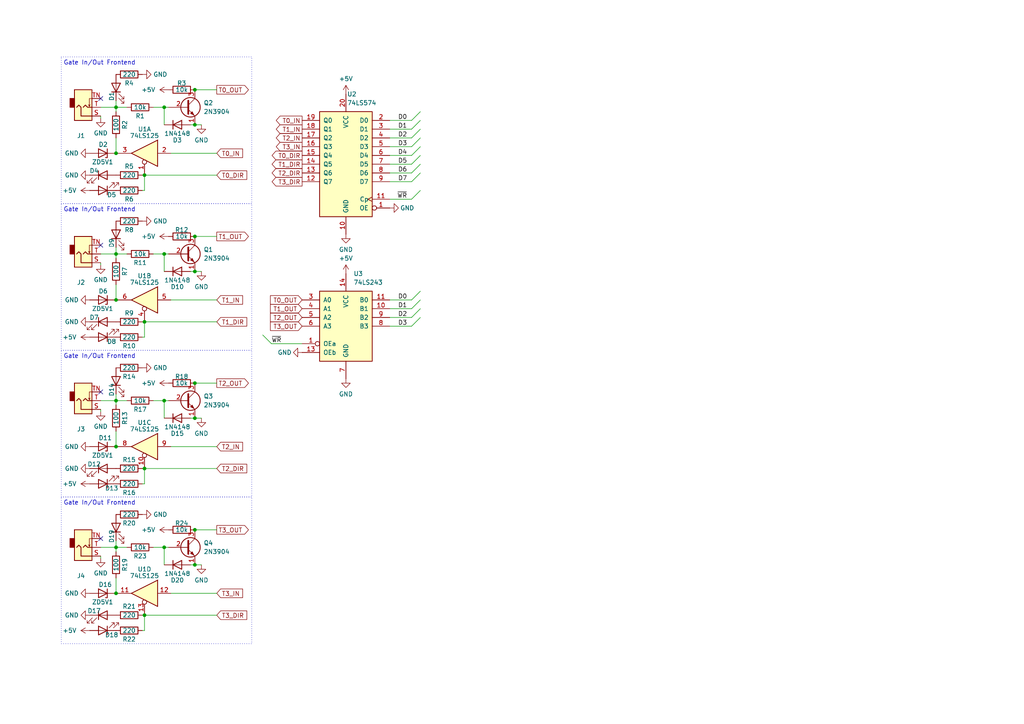
<source format=kicad_sch>
(kicad_sch (version 20230121) (generator eeschema)
  (paper "A4")
  (lib_symbols
    (symbol "1N4148_1" (pin_numbers hide) (pin_names (offset 1.016) hide)
      (property "Reference" "D" (at 0 2.54 0))
      (property "Value" "1N4148" (at 0 -2.54 0))
      (symbol "1N4148_1_1_1"
        (pin passive line (at -3.81 0 0) (length 2.54) (name "K") (number "1"))
        (pin passive line (at 3.81 0 180) (length 2.54) (name "A") (number "2"))
      )
    )
    (symbol "74xx:74LS125" (pin_names (offset 1.016))
      (property "Reference" "U" (at 0 1.27 0))
      (property "Value" "74LS125" (at 0 -1.27 0))
      (symbol "74LS125_1_0"
        (pin input inverted (at 0 -6.35 90) (length 4.445) (name "~") (number "1"))
        (pin input line (at -7.62 0 0) (length 3.81) (name "~") (number "2"))
        (pin tri_state line (at 7.62 0 180) (length 3.81) (name "~") (number "3"))
      )
      (symbol "74LS125_2_0"
        (pin input inverted (at 0 -6.35 90) (length 4.445) (name "~") (number "4"))
        (pin input line (at -7.62 0 0) (length 3.81) (name "~") (number "5"))
        (pin tri_state line (at 7.62 0 180) (length 3.81) (name "~") (number "6"))
      )
      (symbol "74LS125_3_0"
        (pin input inverted (at 0 -6.35 90) (length 4.445) (name "~") (number "10"))
        (pin tri_state line (at 7.62 0 180) (length 3.81) (name "~") (number "8"))
        (pin input line (at -7.62 0 0) (length 3.81) (name "~") (number "9"))
      )
      (symbol "74LS125_4_0"
        (pin tri_state line (at 7.62 0 180) (length 3.81) (name "~") (number "11"))
        (pin input line (at -7.62 0 0) (length 3.81) (name "~") (number "12"))
        (pin input inverted (at 0 -6.35 90) (length 4.445) (name "~") (number "13"))
      )
      (symbol "74LS125_5_0"
        (pin power_in line (at 0 12.7 270) (length 5.08) (name "VCC") (number "14"))
        (pin power_in line (at 0 -12.7 90) (length 5.08) (name "GND") (number "7"))
      )
    )
    (symbol "74xx:74LS243" (pin_names (offset 1.016))
      (property "Reference" "U" (at -7.62 11.43 0))
      (property "Value" "74LS243" (at -7.62 -11.43 0))
      (symbol "74LS243_1_0"
        (pin input inverted (at -12.7 -5.08 0) (length 5.08) (name "OEa") (number "1"))
        (pin tri_state line (at 12.7 5.08 180) (length 5.08) (name "B1") (number "10"))
        (pin tri_state line (at 12.7 7.62 180) (length 5.08) (name "B0") (number "11"))
        (pin input line (at -12.7 -7.62 0) (length 5.08) (name "OEb") (number "13"))
        (pin power_in line (at 0 15.24 270) (length 5.08) (name "VCC") (number "14"))
        (pin input line (at -12.7 7.62 0) (length 5.08) (name "A0") (number "3"))
        (pin input line (at -12.7 5.08 0) (length 5.08) (name "A1") (number "4"))
        (pin input line (at -12.7 2.54 0) (length 5.08) (name "A2") (number "5"))
        (pin input line (at -12.7 0 0) (length 5.08) (name "A3") (number "6"))
        (pin power_in line (at 0 -15.24 90) (length 5.08) (name "GND") (number "7"))
        (pin tri_state line (at 12.7 0 180) (length 5.08) (name "B3") (number "8"))
        (pin tri_state line (at 12.7 2.54 180) (length 5.08) (name "B2") (number "9"))
      )
    )
    (symbol "74xx:74LS574" (pin_names (offset 1.016))
      (property "Reference" "U" (at -7.62 16.51 0))
      (property "Value" "74LS574" (at -7.62 -16.51 0))
      (symbol "74LS574_1_0"
        (pin input inverted (at -12.7 -12.7 0) (length 5.08) (name "OE") (number "1"))
        (pin power_in line (at 0 -20.32 90) (length 5.08) (name "GND") (number "10"))
        (pin input clock (at -12.7 -10.16 0) (length 5.08) (name "Cp") (number "11"))
        (pin tri_state line (at 12.7 -5.08 180) (length 5.08) (name "Q7") (number "12"))
        (pin tri_state line (at 12.7 -2.54 180) (length 5.08) (name "Q6") (number "13"))
        (pin tri_state line (at 12.7 0 180) (length 5.08) (name "Q5") (number "14"))
        (pin tri_state line (at 12.7 2.54 180) (length 5.08) (name "Q4") (number "15"))
        (pin tri_state line (at 12.7 5.08 180) (length 5.08) (name "Q3") (number "16"))
        (pin tri_state line (at 12.7 7.62 180) (length 5.08) (name "Q2") (number "17"))
        (pin tri_state line (at 12.7 10.16 180) (length 5.08) (name "Q1") (number "18"))
        (pin tri_state line (at 12.7 12.7 180) (length 5.08) (name "Q0") (number "19"))
        (pin input line (at -12.7 12.7 0) (length 5.08) (name "D0") (number "2"))
        (pin power_in line (at 0 20.32 270) (length 5.08) (name "VCC") (number "20"))
        (pin input line (at -12.7 10.16 0) (length 5.08) (name "D1") (number "3"))
        (pin input line (at -12.7 7.62 0) (length 5.08) (name "D2") (number "4"))
        (pin input line (at -12.7 5.08 0) (length 5.08) (name "D3") (number "5"))
        (pin input line (at -12.7 2.54 0) (length 5.08) (name "D4") (number "6"))
        (pin input line (at -12.7 0 0) (length 5.08) (name "D5") (number "7"))
        (pin input line (at -12.7 -2.54 0) (length 5.08) (name "D6") (number "8"))
        (pin input line (at -12.7 -5.08 0) (length 5.08) (name "D7") (number "9"))
      )
    )
    (symbol "Connector_Audio:AudioJack2_SwitchT"
      (property "Reference" "J" (at 0 8.89 0))
      (property "Value" "AudioJack2_SwitchT" (at 0 6.35 0))
      (symbol "AudioJack2_SwitchT_1_1"
        (pin passive line (at 5.08 2.54 180) (length 2.54) (name "~") (number "S"))
        (pin passive line (at 5.08 0 180) (length 2.54) (name "~") (number "T"))
        (pin passive line (at 5.08 -2.54 180) (length 2.54) (name "~") (number "TN"))
      )
    )
    (symbol "Device:LED" (pin_numbers hide) (pin_names (offset 1.016) hide)
      (property "Reference" "D" (at 0 2.54 0))
      (property "Value" "LED" (at 0 -2.54 0))
      (symbol "LED_1_1"
        (pin passive line (at -3.81 0 0) (length 2.54) (name "K") (number "1"))
        (pin passive line (at 3.81 0 180) (length 2.54) (name "A") (number "2"))
      )
    )
    (symbol "Device:R" (pin_numbers hide) (pin_names (offset 0))
      (property "Reference" "R" (at 2.032 0 90))
      (property "Value" "R" (at 0 0 90))
      (symbol "R_1_1"
        (pin passive line (at 0 3.81 270) (length 1.27) (name "~") (number "1"))
        (pin passive line (at 0 -3.81 90) (length 1.27) (name "~") (number "2"))
      )
    )
    (symbol "Diode:BZV55B5V1" (pin_numbers hide) (pin_names (offset 1.016) hide)
      (property "Reference" "D" (at 0 2.54 0))
      (property "Value" "BZV55B5V1" (at 0 -2.54 0))
      (symbol "BZV55B5V1_1_1"
        (pin passive line (at -3.81 0 0) (length 2.54) (name "K") (number "1"))
        (pin passive line (at 3.81 0 180) (length 2.54) (name "A") (number "2"))
      )
    )
    (symbol "Transistor_BJT:2N3904" (pin_names (offset 0) hide)
      (property "Reference" "Q" (at 5.08 1.905 0))
      (property "Value" "2N3904" (at 5.08 0 0))
      (symbol "2N3904_1_1"
        (pin passive line (at 2.54 -5.08 90) (length 2.54) (name "E") (number "1"))
        (pin passive line (at -5.08 0 0) (length 5.715) (name "B") (number "2"))
        (pin passive line (at 2.54 5.08 270) (length 2.54) (name "C") (number "3"))
      )
    )
    (symbol "power:+5V" (power) (pin_names (offset 0))
      (property "Value" "+5V" (at 0 3.556 0))
      (symbol "+5V_1_1"
        (pin power_in line (at 0 0 90) (length 0) hide (name "+5V") (number "1"))
      )
    )
    (symbol "power:GND" (power) (pin_names (offset 0))
      (property "Value" "GND" (at 0 -3.81 0))
      (symbol "GND_1_1"
        (pin power_in line (at 0 0 270) (length 0) hide (name "GND") (number "1"))
      )
    )
  )
  (junction (at 41.91 135.89))
  (junction (at 41.91 93.345))
  (junction (at 33.655 129.54))
  (junction (at 41.91 178.435))
  (junction (at 47.625 31.115))
  (junction (at 33.655 31.115))
  (junction (at 41.91 50.8))
  (junction (at 33.655 172.085))
  (junction (at 33.655 116.205))
  (junction (at 56.515 68.58))
  (junction (at 33.655 44.45))
  (junction (at 47.625 158.75))
  (junction (at 56.515 36.195))
  (junction (at 56.515 26.035))
  (junction (at 56.515 153.67))
  (junction (at 56.515 163.83))
  (junction (at 47.625 73.66))
  (junction (at 56.515 78.74))
  (junction (at 56.515 111.125))
  (junction (at 33.655 73.66))
  (junction (at 33.655 158.75))
  (junction (at 56.515 121.285))
  (junction (at 47.625 116.205))
  (junction (at 33.655 86.995))
  (no_connect (at 29.21 71.12))
  (no_connect (at 29.21 156.21))
  (no_connect (at 29.21 113.665))
  (no_connect (at 29.21 28.575))
  (bus_entry (at 119.38 45.085) (size 2.54 -2.54))
  (bus_entry (at 119.38 86.995) (size 2.54 -2.54))
  (bus_entry (at 78.74 99.695) (size -2.54 -2.54))
  (bus_entry (at 119.38 47.625) (size 2.54 -2.54))
  (bus_entry (at 119.38 37.465) (size 2.54 -2.54))
  (bus_entry (at 119.38 57.785) (size 2.54 -2.54))
  (bus_entry (at 119.38 40.005) (size 2.54 -2.54))
  (bus_entry (at 119.38 89.535) (size 2.54 -2.54))
  (bus_entry (at 119.38 92.075) (size 2.54 -2.54))
  (bus_entry (at 119.38 42.545) (size 2.54 -2.54))
  (bus_entry (at 119.38 34.925) (size 2.54 -2.54))
  (bus_entry (at 119.38 52.705) (size 2.54 -2.54))
  (bus_entry (at 119.38 94.615) (size 2.54 -2.54))
  (bus_entry (at 119.38 50.165) (size 2.54 -2.54))
  (wire (pts (xy 41.91 93.345) (xy 62.865 93.345)))
  (wire (pts (xy 33.655 73.66) (xy 33.655 74.93)))
  (wire (pts (xy 62.865 86.995) (xy 49.53 86.995)))
  (wire (pts (xy 41.91 178.435) (xy 62.865 178.435)))
  (wire (pts (xy 56.515 111.125) (xy 62.865 111.125)))
  (wire (pts (xy 113.03 89.535) (xy 119.38 89.535)))
  (wire (pts (xy 113.03 47.625) (xy 119.38 47.625)))
  (wire (pts (xy 113.03 92.075) (xy 119.38 92.075)))
  (wire (pts (xy 41.275 50.8) (xy 41.91 50.8)))
  (wire (pts (xy 33.655 158.75) (xy 33.655 160.02)))
  (wire (pts (xy 41.91 182.88) (xy 41.91 178.435)))
  (wire (pts (xy 44.45 31.115) (xy 47.625 31.115)))
  (wire (pts (xy 44.45 73.66) (xy 47.625 73.66)))
  (wire (pts (xy 41.275 93.345) (xy 41.91 93.345)))
  (wire (pts (xy 44.45 158.75) (xy 47.625 158.75)))
  (wire (pts (xy 58.42 163.83) (xy 56.515 163.83)))
  (wire (pts (xy 58.42 36.195) (xy 56.515 36.195)))
  (wire (pts (xy 33.655 73.66) (xy 29.21 73.66)))
  (wire (pts (xy 36.83 158.75) (xy 33.655 158.75)))
  (wire (pts (xy 47.625 36.195) (xy 47.625 31.115)))
  (wire (pts (xy 36.83 73.66) (xy 33.655 73.66)))
  (wire (pts (xy 33.655 172.085) (xy 33.655 167.64)))
  (wire (pts (xy 55.245 78.74) (xy 56.515 78.74)))
  (wire (pts (xy 33.655 71.755) (xy 33.655 73.66)))
  (wire (pts (xy 55.245 121.285) (xy 56.515 121.285)))
  (wire (pts (xy 41.91 140.335) (xy 41.91 135.89)))
  (wire (pts (xy 113.03 57.785) (xy 119.38 57.785)))
  (wire (pts (xy 33.655 44.45) (xy 33.655 40.005)))
  (wire (pts (xy 29.21 118.745) (xy 29.21 119.38)))
  (wire (pts (xy 113.03 86.995) (xy 119.38 86.995)))
  (wire (pts (xy 41.91 50.8) (xy 62.865 50.8)))
  (wire (pts (xy 47.625 158.75) (xy 48.895 158.75)))
  (wire (pts (xy 113.03 45.085) (xy 119.38 45.085)))
  (wire (pts (xy 29.21 33.655) (xy 29.21 34.29)))
  (wire (pts (xy 47.625 116.205) (xy 48.895 116.205)))
  (wire (pts (xy 56.515 26.035) (xy 62.865 26.035)))
  (wire (pts (xy 36.83 31.115) (xy 33.655 31.115)))
  (wire (pts (xy 34.29 172.085) (xy 33.655 172.085)))
  (wire (pts (xy 113.03 50.165) (xy 119.38 50.165)))
  (wire (pts (xy 33.655 31.115) (xy 29.21 31.115)))
  (wire (pts (xy 41.275 178.435) (xy 41.91 178.435)))
  (wire (pts (xy 62.865 172.085) (xy 49.53 172.085)))
  (wire (pts (xy 58.42 78.74) (xy 56.515 78.74)))
  (wire (pts (xy 33.655 116.205) (xy 29.21 116.205)))
  (wire (pts (xy 41.275 135.89) (xy 41.91 135.89)))
  (wire (pts (xy 113.03 37.465) (xy 119.38 37.465)))
  (wire (pts (xy 41.275 182.88) (xy 41.91 182.88)))
  (wire (pts (xy 56.515 153.67) (xy 62.865 153.67)))
  (wire (pts (xy 113.03 94.615) (xy 119.38 94.615)))
  (wire (pts (xy 55.245 36.195) (xy 56.515 36.195)))
  (wire (pts (xy 34.29 44.45) (xy 33.655 44.45)))
  (wire (pts (xy 29.21 76.2) (xy 29.21 76.835)))
  (wire (pts (xy 41.91 55.245) (xy 41.91 50.8)))
  (wire (pts (xy 113.03 52.705) (xy 119.38 52.705)))
  (wire (pts (xy 56.515 68.58) (xy 62.865 68.58)))
  (wire (pts (xy 34.29 86.995) (xy 33.655 86.995)))
  (wire (pts (xy 41.91 97.79) (xy 41.91 93.345)))
  (wire (pts (xy 58.42 121.285) (xy 56.515 121.285)))
  (wire (pts (xy 33.655 31.115) (xy 33.655 32.385)))
  (wire (pts (xy 113.03 42.545) (xy 119.38 42.545)))
  (wire (pts (xy 113.03 40.005) (xy 119.38 40.005)))
  (wire (pts (xy 62.865 129.54) (xy 49.53 129.54)))
  (wire (pts (xy 33.655 116.205) (xy 33.655 117.475)))
  (wire (pts (xy 87.63 99.695) (xy 78.74 99.695)))
  (wire (pts (xy 55.245 163.83) (xy 56.515 163.83)))
  (wire (pts (xy 36.83 116.205) (xy 33.655 116.205)))
  (wire (pts (xy 47.625 78.74) (xy 47.625 73.66)))
  (wire (pts (xy 41.275 140.335) (xy 41.91 140.335)))
  (wire (pts (xy 41.91 135.89) (xy 62.865 135.89)))
  (wire (pts (xy 34.29 129.54) (xy 33.655 129.54)))
  (wire (pts (xy 41.275 55.245) (xy 41.91 55.245)))
  (wire (pts (xy 44.45 116.205) (xy 47.625 116.205)))
  (wire (pts (xy 47.625 31.115) (xy 48.895 31.115)))
  (wire (pts (xy 33.655 86.995) (xy 33.655 82.55)))
  (wire (pts (xy 29.21 161.29) (xy 29.21 161.925)))
  (wire (pts (xy 33.655 114.3) (xy 33.655 116.205)))
  (wire (pts (xy 47.625 121.285) (xy 47.625 116.205)))
  (wire (pts (xy 33.655 158.75) (xy 29.21 158.75)))
  (wire (pts (xy 113.03 34.925) (xy 119.38 34.925)))
  (wire (pts (xy 41.275 97.79) (xy 41.91 97.79)))
  (wire (pts (xy 47.625 73.66) (xy 48.895 73.66)))
  (wire (pts (xy 62.865 44.45) (xy 49.53 44.45)))
  (wire (pts (xy 47.625 163.83) (xy 47.625 158.75)))
  (wire (pts (xy 33.655 29.21) (xy 33.655 31.115)))
  (wire (pts (xy 33.655 156.845) (xy 33.655 158.75)))
  (wire (pts (xy 33.655 129.54) (xy 33.655 125.095)))
  (rectangle (start 17.78 144.145) (end 73.025 186.69) (stroke (width 0) (type dot)))
  (rectangle (start 17.78 16.51) (end 73.025 59.055) (stroke (width 0) (type dot)))
  (rectangle (start 17.78 59.055) (end 73.025 101.6) (stroke (width 0) (type dot)))
  (rectangle (start 17.78 101.6) (end 73.025 144.145) (stroke (width 0) (type dot)))
  (text "Gate In/Out Frontend" (at 18.415 146.685 0) (effects (font (size 1.27 1.27)) (justify left bottom)))
  (text "Gate In/Out Frontend" (at 18.415 19.05 0) (effects (font (size 1.27 1.27)) (justify left bottom)))
  (text "Gate In/Out Frontend" (at 18.415 104.14 0) (effects (font (size 1.27 1.27)) (justify left bottom)))
  (text "Gate In/Out Frontend" (at 18.415 61.595 0) (effects (font (size 1.27 1.27)) (justify left bottom)))
  (label "D7" (at 118.11 52.705 180))
  (label "D5" (at 118.11 47.625 180))
  (label "D3" (at 118.11 42.545 180))
  (label "~{WR}" (at 78.74 99.695 0))
  (label "~{WR}" (at 118.11 57.785 180))
  (label "D0" (at 118.11 86.995 180))
  (label "D1" (at 118.11 89.535 180))
  (label "D2" (at 118.11 40.005 180))
  (label "D4" (at 118.11 45.085 180))
  (label "D2" (at 118.11 92.075 180))
  (label "D1" (at 118.11 37.465 180))
  (label "D3" (at 118.11 94.615 180))
  (label "D6" (at 118.11 50.165 180))
  (label "D0" (at 118.11 34.925 180))
  (global_label "T0_OUT" (shape output) (at 62.865 26.035 0) (property "Intersheetrefs" "${INTERSHEET_REFS}" (effects hide)))
  (global_label "T3_IN" (shape input) (at 62.865 172.085 0) (property "Intersheetrefs" "${INTERSHEET_REFS}" (effects hide)))
  (global_label "T1_DIR" (shape output) (at 87.63 47.625 180) (property "Intersheetrefs" "${INTERSHEET_REFS}" (effects hide)))
  (global_label "T1_DIR" (shape input) (at 62.865 93.345 0) (property "Intersheetrefs" "${INTERSHEET_REFS}" (effects hide)))
  (global_label "T3_OUT" (shape input) (at 87.63 94.615 180) (property "Intersheetrefs" "${INTERSHEET_REFS}" (effects hide)))
  (global_label "T0_IN" (shape input) (at 62.865 44.45 0) (property "Intersheetrefs" "${INTERSHEET_REFS}" (effects hide)))
  (global_label "T1_IN" (shape input) (at 62.865 86.995 0) (property "Intersheetrefs" "${INTERSHEET_REFS}" (effects hide)))
  (global_label "T2_OUT" (shape output) (at 62.865 111.125 0) (property "Intersheetrefs" "${INTERSHEET_REFS}" (effects hide)))
  (global_label "T1_OUT" (shape input) (at 87.63 89.535 180) (property "Intersheetrefs" "${INTERSHEET_REFS}" (effects hide)))
  (global_label "T2_OUT" (shape input) (at 87.63 92.075 180) (property "Intersheetrefs" "${INTERSHEET_REFS}" (effects hide)))
  (global_label "T3_DIR" (shape output) (at 87.63 52.705 180) (property "Intersheetrefs" "${INTERSHEET_REFS}" (effects hide)))
  (global_label "T3_IN" (shape output) (at 87.63 42.545 180) (property "Intersheetrefs" "${INTERSHEET_REFS}" (effects hide)))
  (global_label "T1_OUT" (shape output) (at 62.865 68.58 0) (property "Intersheetrefs" "${INTERSHEET_REFS}" (effects hide)))
  (global_label "T3_OUT" (shape output) (at 62.865 153.67 0) (property "Intersheetrefs" "${INTERSHEET_REFS}" (effects hide)))
  (global_label "T2_IN" (shape input) (at 62.865 129.54 0) (property "Intersheetrefs" "${INTERSHEET_REFS}" (effects hide)))
  (global_label "T0_DIR" (shape input) (at 62.865 50.8 0) (property "Intersheetrefs" "${INTERSHEET_REFS}" (effects hide)))
  (global_label "T2_DIR" (shape input) (at 62.865 135.89 0) (property "Intersheetrefs" "${INTERSHEET_REFS}" (effects hide)))
  (global_label "T0_IN" (shape output) (at 87.63 34.925 180) (property "Intersheetrefs" "${INTERSHEET_REFS}" (effects hide)))
  (global_label "T1_IN" (shape output) (at 87.63 37.465 180) (property "Intersheetrefs" "${INTERSHEET_REFS}" (effects hide)))
  (global_label "T2_IN" (shape output) (at 87.63 40.005 180) (property "Intersheetrefs" "${INTERSHEET_REFS}" (effects hide)))
  (global_label "T3_DIR" (shape input) (at 62.865 178.435 0) (property "Intersheetrefs" "${INTERSHEET_REFS}" (effects hide)))
  (global_label "T0_DIR" (shape output) (at 87.63 45.085 180) (property "Intersheetrefs" "${INTERSHEET_REFS}" (effects hide)))
  (global_label "T2_DIR" (shape output) (at 87.63 50.165 180) (property "Intersheetrefs" "${INTERSHEET_REFS}" (effects hide)))
  (global_label "T0_OUT" (shape input) (at 87.63 86.995 180) (property "Intersheetrefs" "${INTERSHEET_REFS}" (effects hide)))
  (symbol (lib_id "power:GND") (at 26.035 44.45 270) (unit 1)
    (property "Reference" "#PWR04" (effects hide))
    (property "Value" "GND" (at 22.86 44.45 90) (effects (justify right)))
    (instances (project "TRIGGER_PANEL" (path "" (reference "#PWR04") (unit 1)) (path "" (reference "#PWR01") (unit 1))) (project "GL_SwissKnife" (path "" (reference "#PWR01") (unit 1))) (project "GL_envelope" (path "" (reference "#PWR022") (unit 1))))
  )
  (symbol (lib_id "power:+5V") (at 48.895 26.035 90) (unit 1)
    (property "Reference" "#PWR02" (effects hide))
    (property "Value" "+5V" (at 45.085 26.035 90) (effects (justify left)))
    (instances (project "TRIGGER_PANEL" (path "" (reference "#PWR02") (unit 1)) (path "" (reference "#PWR021") (unit 1))) (project "GL_envelope" (path "" (reference "#PWR023") (unit 1))))
  )
  (symbol (lib_id "Device:LED") (at 29.845 135.89 0) (unit 1)
    (property "Reference" "D12" (at 27.305 134.62 0))
    (property "Value" "LED" (effects hide))
    (property "Footprint" "LED_THT:LED_D3.0mm" (effects hide))
    (instances (project "TRIGGER_PANEL" (path "" (reference "D12") (unit 1)) (path "" (reference "D8") (unit 1))) (project "GL_SwissKnife" (path "" (reference "D1") (unit 1))) (project "GL_envelope" (path "" (reference "D7") (unit 1))))
  )
  (symbol (lib_id "Device:LED") (at 29.845 178.435 0) (unit 1)
    (property "Reference" "D17" (at 27.305 177.165 0))
    (property "Value" "LED" (effects hide))
    (property "Footprint" "LED_THT:LED_D3.0mm" (effects hide))
    (instances (project "TRIGGER_PANEL" (path "" (reference "D17") (unit 1)) (path "" (reference "D11") (unit 1))) (project "GL_SwissKnife" (path "" (reference "D1") (unit 1))) (project "GL_envelope" (path "" (reference "D7") (unit 1))))
  )
  (symbol (lib_id "74xx:74LS125") (at 41.91 129.54 0) (mirror y) (unit 3)
    (property "Reference" "U1" (at 41.91 122.555 0))
    (property "Value" "74LS125" (at 41.91 124.46 0))
    (property "Datasheet" "http://www.ti.com/lit/gpn/sn74LS125" (effects hide))
  )
  (symbol (lib_id "Device:R") (at 37.465 140.335 90) (unit 1)
    (property "Reference" "R16" (at 37.465 142.875 90))
    (property "Value" "220" (at 37.465 140.335 90))
    (property "Footprint" "Resistor_SMD:R_0805_2012Metric_Pad1.20x1.40mm_HandSolder" (effects hide))
    (instances (project "TRIGGER_PANEL" (path "" (reference "R16") (unit 1)) (path "" (reference "R13") (unit 1))) (project "GL_SwissKnife" (path "" (reference "R21") (unit 1))) (project "GL_envelope" (path "" (reference "R31") (unit 1))))
  )
  (symbol (lib_name "1N4148_1") (lib_id "Diode:1N4148") (at 51.435 163.83 0) (unit 1)
    (property "Reference" "D20" (at 51.435 168.275 0))
    (property "Value" "1N4148" (at 51.435 166.37 0))
    (property "Footprint" "Diode_THT:D_DO-35_SOD27_P7.62mm_Horizontal" (effects hide))
    (property "Datasheet" "https://assets.nexperia.com/documents/data-sheet/1N4148_1N4448.pdf" (effects hide))
  )
  (symbol (lib_id "Device:R") (at 37.465 50.8 90) (mirror x) (unit 1)
    (property "Reference" "R5" (at 37.465 48.26 90))
    (property "Value" "220" (at 37.465 50.8 90))
    (property "Footprint" "Resistor_SMD:R_0805_2012Metric_Pad1.20x1.40mm_HandSolder" (effects hide))
    (instances (project "TRIGGER_PANEL" (path "" (reference "R5") (unit 1)) (path "" (reference "R6") (unit 1))) (project "GL_SwissKnife" (path "" (reference "R21") (unit 1))) (project "GL_envelope" (path "" (reference "R31") (unit 1))))
  )
  (symbol (lib_id "power:GND") (at 29.21 34.29 0) (unit 1)
    (property "Reference" "#PWR01" (effects hide))
    (property "Value" "GND" (at 29.21 38.608 0))
    (instances (project "TRIGGER_PANEL" (path "" (reference "#PWR01") (unit 1)) (path "" (reference "#PWR013") (unit 1))) (project "GL_SwissKnife" (path "" (reference "#PWR01") (unit 1))) (project "GL_envelope" (path "" (reference "#PWR021") (unit 1))))
  )
  (symbol (lib_id "Device:R") (at 37.465 21.59 90) (unit 1)
    (property "Reference" "R4" (at 37.465 24.13 90))
    (property "Value" "220" (at 37.465 21.59 90))
    (property "Footprint" "Resistor_SMD:R_0805_2012Metric_Pad1.20x1.40mm_HandSolder" (effects hide))
    (instances (project "TRIGGER_PANEL" (path "" (reference "R4") (unit 1)) (path "" (reference "R5") (unit 1))) (project "GL_SwissKnife" (path "" (reference "R21") (unit 1))) (project "GL_envelope" (path "" (reference "R31") (unit 1))))
  )
  (symbol (lib_id "74xx:74LS125") (at 41.91 44.45 0) (mirror y) (unit 1)
    (property "Reference" "U1" (at 41.91 37.465 0))
    (property "Value" "74LS125" (at 41.91 39.37 0))
    (property "Datasheet" "http://www.ti.com/lit/gpn/sn74LS125" (effects hide))
  )
  (symbol (lib_id "74xx:74LS125") (at 41.91 172.085 0) (mirror y) (unit 4)
    (property "Reference" "U1" (at 41.91 165.1 0))
    (property "Value" "74LS125" (at 41.91 167.005 0))
    (property "Datasheet" "http://www.ti.com/lit/gpn/sn74LS125" (effects hide))
  )
  (symbol (lib_id "power:GND") (at 58.42 78.74 0) (unit 1)
    (property "Reference" "#PWR014" (effects hide))
    (property "Value" "GND" (at 58.42 83.185 0))
    (instances (project "TRIGGER_PANEL" (path "" (reference "#PWR014") (unit 1)) (path "" (reference "#PWR026") (unit 1))) (project "GL_SwissKnife" (path "" (reference "#PWR01") (unit 1))) (project "GL_envelope" (path "" (reference "#PWR022") (unit 1))))
  )
  (symbol (lib_id "Connector_Audio:AudioJack2_SwitchT") (at 24.13 31.115 0) (mirror x) (unit 1)
    (property "Reference" "J1" (at 23.495 39.37 0))
    (property "Value" "AudioJack2_SwitchT" (effects hide))
    (property "Footprint" "Connector_Audio:Jack_3.5mm_Ledino_KB3SPRS_Horizontal" (effects hide))
    (instances (project "TRIGGER_PANEL" (path "" (reference "J1") (unit 1)) (path "" (reference "J1") (unit 1))) (project "GL_envelope" (path "" (reference "J5") (unit 1))))
  )
  (symbol (lib_id "Device:R") (at 52.705 111.125 270) (unit 1)
    (property "Reference" "R18" (at 52.705 109.22 90))
    (property "Value" "10k" (at 52.705 111.125 90))
    (property "Footprint" "Resistor_THT:R_Axial_DIN0204_L3.6mm_D1.6mm_P7.62mm_Horizontal" (effects hide))
    (instances (project "TRIGGER_PANEL" (path "" (reference "R18") (unit 1)) (path "" (reference "R23") (unit 1))) (project "Z80-VDP" (path "" (reference "R13") (unit 1))))
  )
  (symbol (lib_id "Diode:BZV55B5V1") (at 29.845 172.085 180) (unit 1)
    (property "Reference" "D16" (at 28.575 169.545 0) (effects (justify right)))
    (property "Value" "ZD5V1" (at 26.67 174.625 0) (effects (justify right)))
    (property "Footprint" "Diode_THT:D_DO-35_SOD27_P7.62mm_Horizontal" (effects hide))
    (property "Datasheet" "https://assets.nexperia.com/documents/data-sheet/BZV55_SER.pdf" (effects hide))
    (instances (project "TRIGGER_PANEL" (path "" (reference "D16") (unit 1)) (path "" (reference "D10") (unit 1))))
  )
  (symbol (lib_id "power:GND") (at 58.42 163.83 0) (unit 1)
    (property "Reference" "#PWR028" (effects hide))
    (property "Value" "GND" (at 58.42 168.275 0))
    (instances (project "TRIGGER_PANEL" (path "" (reference "#PWR028") (unit 1)) (path "" (reference "#PWR028") (unit 1))) (project "GL_SwissKnife" (path "" (reference "#PWR01") (unit 1))) (project "GL_envelope" (path "" (reference "#PWR022") (unit 1))))
  )
  (symbol (lib_id "Device:R") (at 37.465 64.135 90) (unit 1)
    (property "Reference" "R8" (at 37.465 66.675 90))
    (property "Value" "220" (at 37.465 64.135 90))
    (property "Footprint" "Resistor_SMD:R_0805_2012Metric_Pad1.20x1.40mm_HandSolder" (effects hide))
    (instances (project "TRIGGER_PANEL" (path "" (reference "R8") (unit 1)) (path "" (reference "R8") (unit 1))) (project "GL_SwissKnife" (path "" (reference "R21") (unit 1))) (project "GL_envelope" (path "" (reference "R31") (unit 1))))
  )
  (symbol (lib_id "Device:R") (at 52.705 68.58 270) (unit 1)
    (property "Reference" "R12" (at 52.705 66.675 90))
    (property "Value" "10k" (at 52.705 68.58 90))
    (property "Footprint" "Resistor_THT:R_Axial_DIN0204_L3.6mm_D1.6mm_P7.62mm_Horizontal" (effects hide))
    (instances (project "TRIGGER_PANEL" (path "" (reference "R12") (unit 1)) (path "" (reference "R22") (unit 1))) (project "Z80-VDP" (path "" (reference "R13") (unit 1))))
  )
  (symbol (lib_name "1N4148_1") (lib_id "Diode:1N4148") (at 51.435 121.285 0) (unit 1)
    (property "Reference" "D15" (at 51.435 125.73 0))
    (property "Value" "1N4148" (at 51.435 123.825 0))
    (property "Footprint" "Diode_THT:D_DO-35_SOD27_P7.62mm_Horizontal" (effects hide))
    (property "Datasheet" "https://assets.nexperia.com/documents/data-sheet/1N4148_1N4448.pdf" (effects hide))
    (instances (project "TRIGGER_PANEL" (path "" (reference "D15") (unit 1)) (path "" (reference "D19") (unit 1))))
  )
  (symbol (lib_id "power:GND") (at 26.035 178.435 270) (unit 1)
    (property "Reference" "#PWR023" (effects hide))
    (property "Value" "GND" (at 22.86 178.435 90) (effects (justify right)))
    (instances (project "TRIGGER_PANEL" (path "" (reference "#PWR023") (unit 1)) (path "" (reference "#PWR011") (unit 1))) (project "GL_SwissKnife" (path "" (reference "#PWR01") (unit 1))) (project "GL_envelope" (path "" (reference "#PWR022") (unit 1))))
  )
  (symbol (lib_id "Diode:BZV55B5V1") (at 29.845 44.45 180) (unit 1)
    (property "Reference" "D2" (at 28.575 41.91 0) (effects (justify right)))
    (property "Value" "ZD5V1" (at 26.67 46.99 0) (effects (justify right)))
    (property "Footprint" "Diode_THT:D_DO-35_SOD27_P7.62mm_Horizontal" (effects hide))
    (property "Datasheet" "https://assets.nexperia.com/documents/data-sheet/BZV55_SER.pdf" (effects hide))
    (instances (project "TRIGGER_PANEL" (path "" (reference "D2") (unit 1)) (path "" (reference "D1") (unit 1))))
  )
  (symbol (lib_id "Transistor_BJT:2N3904") (at 53.975 31.115 0) (unit 1)
    (property "Reference" "Q2" (at 59.055 29.845 0) (effects (justify left)))
    (property "Value" "2N3904" (at 59.055 32.385 0) (effects (justify left)))
    (property "Footprint" "Package_TO_SOT_THT:TO-92_Inline" (effects hide))
    (property "Datasheet" "https://www.onsemi.com/pub/Collateral/2N3903-D.PDF" (effects hide))
    (instances (project "TRIGGER_PANEL" (path "" (reference "Q2") (unit 1)) (path "" (reference "Q1") (unit 1))))
  )
  (symbol (lib_id "Device:R") (at 40.64 158.75 270) (unit 1)
    (property "Reference" "R23" (at 40.64 161.29 90))
    (property "Value" "10k" (at 40.64 158.75 90))
    (property "Footprint" "Resistor_THT:R_Axial_DIN0204_L3.6mm_D1.6mm_P7.62mm_Horizontal" (effects hide))
    (instances (project "TRIGGER_PANEL" (path "" (reference "R23") (unit 1)) (path "" (reference "R20") (unit 1))) (project "Z80-VDP" (path "" (reference "R13") (unit 1))))
  )
  (symbol (lib_id "Device:R") (at 40.64 31.115 270) (unit 1)
    (property "Reference" "R1" (at 40.64 33.655 90))
    (property "Value" "10k" (at 40.64 31.115 90))
    (property "Footprint" "Resistor_THT:R_Axial_DIN0204_L3.6mm_D1.6mm_P7.62mm_Horizontal" (effects hide))
    (instances (project "TRIGGER_PANEL" (path "" (reference "R1") (unit 1)) (path "" (reference "R17") (unit 1))) (project "Z80-VDP" (path "" (reference "R13") (unit 1))))
  )
  (symbol (lib_id "power:GND") (at 26.035 86.995 270) (unit 1)
    (property "Reference" "#PWR08" (effects hide))
    (property "Value" "GND" (at 22.86 86.995 90) (effects (justify right)))
    (instances (project "TRIGGER_PANEL" (path "" (reference "#PWR08") (unit 1)) (path "" (reference "#PWR04") (unit 1))) (project "GL_SwissKnife" (path "" (reference "#PWR01") (unit 1))) (project "GL_envelope" (path "" (reference "#PWR022") (unit 1))))
  )
  (symbol (lib_id "Device:R") (at 37.465 93.345 90) (mirror x) (unit 1)
    (property "Reference" "R9" (at 37.465 90.805 90))
    (property "Value" "220" (at 37.465 93.345 90))
    (property "Footprint" "Resistor_SMD:R_0805_2012Metric_Pad1.20x1.40mm_HandSolder" (effects hide))
    (instances (project "TRIGGER_PANEL" (path "" (reference "R9") (unit 1)) (path "" (reference "R9") (unit 1))) (project "GL_SwissKnife" (path "" (reference "R21") (unit 1))) (project "GL_envelope" (path "" (reference "R31") (unit 1))))
  )
  (symbol (lib_id "power:GND") (at 100.33 109.855 0) (unit 1)
    (property "Reference" "#PWR03" (effects hide))
    (property "Value" "GND" (at 100.33 114.3 0))
    (instances (project "TRIGGER_PANEL" (path "" (reference "#PWR03") (unit 1)) (path "" (reference "#PWR032") (unit 1))) (project "GL_SwissKnife" (path "" (reference "#PWR01") (unit 1))) (project "GL_envelope" (path "" (reference "#PWR022") (unit 1))))
  )
  (symbol (lib_id "Diode:BZV55B5V1") (at 29.845 86.995 180) (unit 1)
    (property "Reference" "D6" (at 28.575 84.455 0) (effects (justify right)))
    (property "Value" "ZD5V1" (at 26.67 89.535 0) (effects (justify right)))
    (property "Footprint" "Diode_THT:D_DO-35_SOD27_P7.62mm_Horizontal" (effects hide))
    (property "Datasheet" "https://assets.nexperia.com/documents/data-sheet/BZV55_SER.pdf" (effects hide))
    (instances (project "TRIGGER_PANEL" (path "" (reference "D6") (unit 1)) (path "" (reference "D4") (unit 1))))
  )
  (symbol (lib_id "power:GND") (at 29.21 119.38 0) (unit 1)
    (property "Reference" "#PWR018" (effects hide))
    (property "Value" "GND" (at 29.21 123.698 0))
    (instances (project "TRIGGER_PANEL" (path "" (reference "#PWR018") (unit 1)) (path "" (reference "#PWR015") (unit 1))) (project "GL_SwissKnife" (path "" (reference "#PWR01") (unit 1))) (project "GL_envelope" (path "" (reference "#PWR021") (unit 1))))
  )
  (symbol (lib_id "Device:LED") (at 29.845 50.8 0) (unit 1)
    (property "Reference" "D4" (at 27.305 49.53 0))
    (property "Value" "LED" (effects hide))
    (property "Footprint" "LED_THT:LED_D3.0mm" (effects hide))
    (instances (project "TRIGGER_PANEL" (path "" (reference "D4") (unit 1)) (path "" (reference "D2") (unit 1))) (project "GL_SwissKnife" (path "" (reference "D1") (unit 1))) (project "GL_envelope" (path "" (reference "D7") (unit 1))))
  )
  (symbol (lib_id "power:GND") (at 41.275 149.225 90) (unit 1)
    (property "Reference" "#PWR026" (effects hide))
    (property "Value" "GND" (at 44.45 149.225 90) (effects (justify right)))
    (instances (project "TRIGGER_PANEL" (path "" (reference "#PWR026") (unit 1)) (path "" (reference "#PWR020") (unit 1))) (project "GL_SwissKnife" (path "" (reference "#PWR01") (unit 1))) (project "GL_envelope" (path "" (reference "#PWR022") (unit 1))))
  )
  (symbol (lib_id "Transistor_BJT:2N3904") (at 53.975 158.75 0) (unit 1)
    (property "Reference" "Q4" (at 59.055 157.48 0) (effects (justify left)))
    (property "Value" "2N3904" (at 59.055 160.02 0) (effects (justify left)))
    (property "Footprint" "Package_TO_SOT_THT:TO-92_Inline" (effects hide))
    (property "Datasheet" "https://www.onsemi.com/pub/Collateral/2N3903-D.PDF" (effects hide))
  )
  (symbol (lib_id "Connector_Audio:AudioJack2_SwitchT") (at 24.13 73.66 0) (mirror x) (unit 1)
    (property "Reference" "J2" (at 23.495 81.915 0))
    (property "Value" "AudioJack2_SwitchT" (effects hide))
    (property "Footprint" "Connector_Audio:Jack_3.5mm_Ledino_KB3SPRS_Horizontal" (effects hide))
    (instances (project "TRIGGER_PANEL" (path "" (reference "J2") (unit 1)) (path "" (reference "J2") (unit 1))) (project "GL_envelope" (path "" (reference "J5") (unit 1))))
  )
  (symbol (lib_id "power:GND") (at 87.63 102.235 270) (unit 1)
    (property "Reference" "#PWR03" (effects hide))
    (property "Value" "GND" (at 82.55 102.235 90))
    (instances (project "TRIGGER_PANEL" (path "" (reference "#PWR03") (unit 1)) (path "" (reference "#PWR033") (unit 1))) (project "GL_SwissKnife" (path "" (reference "#PWR01") (unit 1))) (project "GL_envelope" (path "" (reference "#PWR022") (unit 1))))
  )
  (symbol (lib_id "power:GND") (at 100.33 67.945 0) (unit 1)
    (property "Reference" "#PWR03" (effects hide))
    (property "Value" "GND" (at 100.33 72.39 0))
    (instances (project "TRIGGER_PANEL" (path "" (reference "#PWR03") (unit 1)) (path "" (reference "#PWR029") (unit 1))) (project "GL_SwissKnife" (path "" (reference "#PWR01") (unit 1))) (project "GL_envelope" (path "" (reference "#PWR022") (unit 1))))
  )
  (symbol (lib_id "power:GND") (at 29.21 76.835 0) (unit 1)
    (property "Reference" "#PWR011" (effects hide))
    (property "Value" "GND" (at 29.21 81.153 0))
    (instances (project "TRIGGER_PANEL" (path "" (reference "#PWR011") (unit 1)) (path "" (reference "#PWR014") (unit 1))) (project "GL_SwissKnife" (path "" (reference "#PWR01") (unit 1))) (project "GL_envelope" (path "" (reference "#PWR021") (unit 1))))
  )
  (symbol (lib_id "power:GND") (at 29.21 161.925 0) (unit 1)
    (property "Reference" "#PWR025" (effects hide))
    (property "Value" "GND" (at 29.21 166.243 0))
    (instances (project "TRIGGER_PANEL" (path "" (reference "#PWR025") (unit 1)) (path "" (reference "#PWR016") (unit 1))) (project "GL_SwissKnife" (path "" (reference "#PWR01") (unit 1))) (project "GL_envelope" (path "" (reference "#PWR021") (unit 1))))
  )
  (symbol (lib_id "power:GND") (at 41.275 106.68 90) (unit 1)
    (property "Reference" "#PWR019" (effects hide))
    (property "Value" "GND" (at 44.45 106.68 90) (effects (justify right)))
    (instances (project "TRIGGER_PANEL" (path "" (reference "#PWR019") (unit 1)) (path "" (reference "#PWR019") (unit 1))) (project "GL_SwissKnife" (path "" (reference "#PWR01") (unit 1))) (project "GL_envelope" (path "" (reference "#PWR022") (unit 1))))
  )
  (symbol (lib_id "Device:R") (at 37.465 149.225 90) (unit 1)
    (property "Reference" "R20" (at 37.465 151.765 90))
    (property "Value" "220" (at 37.465 149.225 90))
    (property "Footprint" "Resistor_SMD:R_0805_2012Metric_Pad1.20x1.40mm_HandSolder" (effects hide))
    (instances (project "TRIGGER_PANEL" (path "" (reference "R20") (unit 1)) (path "" (reference "R14") (unit 1))) (project "GL_SwissKnife" (path "" (reference "R21") (unit 1))) (project "GL_envelope" (path "" (reference "R31") (unit 1))))
  )
  (symbol (lib_id "74xx:74LS125") (at 41.91 86.995 0) (mirror y) (unit 2)
    (property "Reference" "U1" (at 41.91 80.01 0))
    (property "Value" "74LS125" (at 41.91 81.915 0))
    (property "Datasheet" "http://www.ti.com/lit/gpn/sn74LS125" (effects hide))
  )
  (symbol (lib_id "Device:LED") (at 29.845 55.245 180) (unit 1)
    (property "Reference" "D5" (at 32.385 56.515 0))
    (property "Value" "LED" (effects hide))
    (property "Footprint" "LED_THT:LED_D3.0mm" (effects hide))
    (instances (project "TRIGGER_PANEL" (path "" (reference "D5") (unit 1)) (path "" (reference "D3") (unit 1))) (project "GL_SwissKnife" (path "" (reference "D1") (unit 1))) (project "GL_envelope" (path "" (reference "D7") (unit 1))))
  )
  (symbol (lib_id "power:GND") (at 113.03 60.325 90) (unit 1)
    (property "Reference" "#PWR03" (effects hide))
    (property "Value" "GND" (at 118.11 60.325 90))
    (instances (project "TRIGGER_PANEL" (path "" (reference "#PWR03") (unit 1)) (path "" (reference "#PWR034") (unit 1))) (project "GL_SwissKnife" (path "" (reference "#PWR01") (unit 1))) (project "GL_envelope" (path "" (reference "#PWR022") (unit 1))))
  )
  (symbol (lib_id "74xx:74LS574") (at 100.33 47.625 0) (mirror y) (unit 1)
    (property "Reference" "U2" (at 100.6759 27.305 0) (effects (justify right)))
    (property "Value" "74LS574" (at 100.6759 29.845 0) (effects (justify right)))
    (property "Datasheet" "http://www.ti.com/lit/gpn/sn74LS574" (effects hide))
  )
  (symbol (lib_id "power:GND") (at 58.42 121.285 0) (unit 1)
    (property "Reference" "#PWR021" (effects hide))
    (property "Value" "GND" (at 58.42 125.73 0))
    (instances (project "TRIGGER_PANEL" (path "" (reference "#PWR021") (unit 1)) (path "" (reference "#PWR027") (unit 1))) (project "GL_SwissKnife" (path "" (reference "#PWR01") (unit 1))) (project "GL_envelope" (path "" (reference "#PWR022") (unit 1))))
  )
  (symbol (lib_id "power:+5V") (at 48.895 153.67 90) (unit 1)
    (property "Reference" "#PWR027" (effects hide))
    (property "Value" "+5V" (at 45.085 153.67 90) (effects (justify left)))
    (instances (project "TRIGGER_PANEL" (path "" (reference "#PWR027") (unit 1)) (path "" (reference "#PWR024") (unit 1))) (project "GL_envelope" (path "" (reference "#PWR023") (unit 1))))
  )
  (symbol (lib_id "Connector_Audio:AudioJack2_SwitchT") (at 24.13 158.75 0) (mirror x) (unit 1)
    (property "Reference" "J4" (at 23.495 167.005 0))
    (property "Value" "AudioJack2_SwitchT" (effects hide))
    (property "Footprint" "Connector_Audio:Jack_3.5mm_Ledino_KB3SPRS_Horizontal" (effects hide))
    (instances (project "TRIGGER_PANEL" (path "" (reference "J4") (unit 1)) (path "" (reference "J4") (unit 1))) (project "GL_envelope" (path "" (reference "J5") (unit 1))))
  )
  (symbol (lib_id "power:GND") (at 41.275 64.135 90) (unit 1)
    (property "Reference" "#PWR012" (effects hide))
    (property "Value" "GND" (at 44.45 64.135 90) (effects (justify right)))
    (instances (project "TRIGGER_PANEL" (path "" (reference "#PWR012") (unit 1)) (path "" (reference "#PWR018") (unit 1))) (project "GL_SwissKnife" (path "" (reference "#PWR01") (unit 1))) (project "GL_envelope" (path "" (reference "#PWR022") (unit 1))))
  )
  (symbol (lib_name "1N4148_1") (lib_id "Diode:1N4148") (at 51.435 78.74 0) (unit 1)
    (property "Reference" "D10" (at 51.435 83.185 0))
    (property "Value" "1N4148" (at 51.435 81.28 0))
    (property "Footprint" "Diode_THT:D_DO-35_SOD27_P7.62mm_Horizontal" (effects hide))
    (property "Datasheet" "https://assets.nexperia.com/documents/data-sheet/1N4148_1N4448.pdf" (effects hide))
    (instances (project "TRIGGER_PANEL" (path "" (reference "D10") (unit 1)) (path "" (reference "D18") (unit 1))))
  )
  (symbol (lib_id "Transistor_BJT:2N3904") (at 53.975 73.66 0) (unit 1)
    (property "Reference" "Q1" (at 59.055 72.39 0) (effects (justify left)))
    (property "Value" "2N3904" (at 59.055 74.93 0) (effects (justify left)))
    (property "Footprint" "Package_TO_SOT_THT:TO-92_Inline" (effects hide))
    (property "Datasheet" "https://www.onsemi.com/pub/Collateral/2N3903-D.PDF" (effects hide))
    (instances (project "TRIGGER_PANEL" (path "" (reference "Q1") (unit 1)) (path "" (reference "Q2") (unit 1))))
  )
  (symbol (lib_id "power:GND") (at 26.035 172.085 270) (unit 1)
    (property "Reference" "#PWR022" (effects hide))
    (property "Value" "GND" (at 22.86 172.085 90) (effects (justify right)))
    (instances (project "TRIGGER_PANEL" (path "" (reference "#PWR022") (unit 1)) (path "" (reference "#PWR010") (unit 1))) (project "GL_SwissKnife" (path "" (reference "#PWR01") (unit 1))) (project "GL_envelope" (path "" (reference "#PWR022") (unit 1))))
  )
  (symbol (lib_id "Device:R") (at 52.705 26.035 270) (unit 1)
    (property "Reference" "R3" (at 52.705 24.13 90))
    (property "Value" "10k" (at 52.705 26.035 90))
    (property "Footprint" "Resistor_THT:R_Axial_DIN0204_L3.6mm_D1.6mm_P7.62mm_Horizontal" (effects hide))
    (instances (project "TRIGGER_PANEL" (path "" (reference "R3") (unit 1)) (path "" (reference "R21") (unit 1))) (project "Z80-VDP" (path "" (reference "R13") (unit 1))))
  )
  (symbol (lib_id "Device:R") (at 40.64 73.66 270) (unit 1)
    (property "Reference" "R11" (at 40.64 76.2 90))
    (property "Value" "10k" (at 40.64 73.66 90))
    (property "Footprint" "Resistor_THT:R_Axial_DIN0204_L3.6mm_D1.6mm_P7.62mm_Horizontal" (effects hide))
    (instances (project "TRIGGER_PANEL" (path "" (reference "R11") (unit 1)) (path "" (reference "R18") (unit 1))) (project "Z80-VDP" (path "" (reference "R13") (unit 1))))
  )
  (symbol (lib_id "power:GND") (at 26.035 129.54 270) (unit 1)
    (property "Reference" "#PWR015" (effects hide))
    (property "Value" "GND" (at 22.86 129.54 90) (effects (justify right)))
    (instances (project "TRIGGER_PANEL" (path "" (reference "#PWR015") (unit 1)) (path "" (reference "#PWR07") (unit 1))) (project "GL_SwissKnife" (path "" (reference "#PWR01") (unit 1))) (project "GL_envelope" (path "" (reference "#PWR022") (unit 1))))
  )
  (symbol (lib_id "power:+5V") (at 100.33 79.375 0) (unit 1)
    (property "Reference" "#PWR010" (effects hide))
    (property "Value" "+5V" (at 100.33 74.93 0))
    (instances (project "TRIGGER_PANEL" (path "" (reference "#PWR010") (unit 1)) (path "" (reference "#PWR031") (unit 1))) (project "GL_envelope" (path "" (reference "#PWR023") (unit 1))))
  )
  (symbol (lib_id "power:GND") (at 26.035 135.89 270) (unit 1)
    (property "Reference" "#PWR016" (effects hide))
    (property "Value" "GND" (at 22.86 135.89 90) (effects (justify right)))
    (instances (project "TRIGGER_PANEL" (path "" (reference "#PWR016") (unit 1)) (path "" (reference "#PWR08") (unit 1))) (project "GL_SwissKnife" (path "" (reference "#PWR01") (unit 1))) (project "GL_envelope" (path "" (reference "#PWR022") (unit 1))))
  )
  (symbol (lib_id "Device:LED") (at 33.655 67.945 90) (unit 1)
    (property "Reference" "D9" (at 32.385 70.485 0))
    (property "Value" "LED" (effects hide))
    (property "Footprint" "LED_THT:LED_D3.0mm" (effects hide))
    (instances (project "TRIGGER_PANEL" (path "" (reference "D9") (unit 1)) (path "" (reference "D14") (unit 1))) (project "GL_SwissKnife" (path "" (reference "D1") (unit 1))) (project "GL_envelope" (path "" (reference "D7") (unit 1))))
  )
  (symbol (lib_id "Device:R") (at 37.465 182.88 90) (unit 1)
    (property "Reference" "R22" (at 37.465 185.42 90))
    (property "Value" "220" (at 37.465 182.88 90))
    (property "Footprint" "Resistor_SMD:R_0805_2012Metric_Pad1.20x1.40mm_HandSolder" (effects hide))
    (instances (project "TRIGGER_PANEL" (path "" (reference "R22") (unit 1)) (path "" (reference "R16") (unit 1))) (project "GL_SwissKnife" (path "" (reference "R21") (unit 1))) (project "GL_envelope" (path "" (reference "R31") (unit 1))))
  )
  (symbol (lib_id "Connector_Audio:AudioJack2_SwitchT") (at 24.13 116.205 0) (mirror x) (unit 1)
    (property "Reference" "J3" (at 23.495 124.46 0))
    (property "Value" "AudioJack2_SwitchT" (effects hide))
    (property "Footprint" "Connector_Audio:Jack_3.5mm_Ledino_KB3SPRS_Horizontal" (effects hide))
    (instances (project "TRIGGER_PANEL" (path "" (reference "J3") (unit 1)) (path "" (reference "J3") (unit 1))) (project "GL_envelope" (path "" (reference "J5") (unit 1))))
  )
  (symbol (lib_id "Device:LED") (at 33.655 110.49 90) (unit 1)
    (property "Reference" "D14" (at 32.385 113.03 0))
    (property "Value" "LED" (effects hide))
    (property "Footprint" "LED_THT:LED_D3.0mm" (effects hide))
    (instances (project "TRIGGER_PANEL" (path "" (reference "D14") (unit 1)) (path "" (reference "D15") (unit 1))) (project "GL_SwissKnife" (path "" (reference "D1") (unit 1))) (project "GL_envelope" (path "" (reference "D7") (unit 1))))
  )
  (symbol (lib_id "power:GND") (at 58.42 36.195 0) (unit 1)
    (property "Reference" "#PWR03" (effects hide))
    (property "Value" "GND" (at 58.42 40.64 0))
    (instances (project "TRIGGER_PANEL" (path "" (reference "#PWR03") (unit 1)) (path "" (reference "#PWR025") (unit 1))) (project "GL_SwissKnife" (path "" (reference "#PWR01") (unit 1))) (project "GL_envelope" (path "" (reference "#PWR022") (unit 1))))
  )
  (symbol (lib_id "Device:R") (at 37.465 135.89 90) (mirror x) (unit 1)
    (property "Reference" "R15" (at 37.465 133.35 90))
    (property "Value" "220" (at 37.465 135.89 90))
    (property "Footprint" "Resistor_SMD:R_0805_2012Metric_Pad1.20x1.40mm_HandSolder" (effects hide))
    (instances (project "TRIGGER_PANEL" (path "" (reference "R15") (unit 1)) (path "" (reference "R12") (unit 1))) (project "GL_SwissKnife" (path "" (reference "R21") (unit 1))) (project "GL_envelope" (path "" (reference "R31") (unit 1))))
  )
  (symbol (lib_id "power:GND") (at 41.275 21.59 90) (unit 1)
    (property "Reference" "#PWR05" (effects hide))
    (property "Value" "GND" (at 44.45 21.59 90) (effects (justify right)))
    (instances (project "TRIGGER_PANEL" (path "" (reference "#PWR05") (unit 1)) (path "" (reference "#PWR017") (unit 1))) (project "GL_SwissKnife" (path "" (reference "#PWR01") (unit 1))) (project "GL_envelope" (path "" (reference "#PWR022") (unit 1))))
  )
  (symbol (lib_id "Transistor_BJT:2N3904") (at 53.975 116.205 0) (unit 1)
    (property "Reference" "Q3" (at 59.055 114.935 0) (effects (justify left)))
    (property "Value" "2N3904" (at 59.055 117.475 0) (effects (justify left)))
    (property "Footprint" "Package_TO_SOT_THT:TO-92_Inline" (effects hide))
    (property "Datasheet" "https://www.onsemi.com/pub/Collateral/2N3903-D.PDF" (effects hide))
  )
  (symbol (lib_id "Device:R") (at 33.655 36.195 0) (unit 1)
    (property "Reference" "R2" (at 36.195 36.195 90))
    (property "Value" "100" (at 33.655 36.195 90))
    (property "Footprint" "Resistor_THT:R_Axial_DIN0204_L3.6mm_D1.6mm_P7.62mm_Horizontal" (effects hide))
    (instances (project "TRIGGER_PANEL" (path "" (reference "R2") (unit 1)) (path "" (reference "R1") (unit 1))) (project "Z80-VDP" (path "" (reference "R13") (unit 1))))
  )
  (symbol (lib_id "power:+5V") (at 26.035 182.88 90) (unit 1)
    (property "Reference" "#PWR024" (effects hide))
    (property "Value" "+5V" (at 22.225 182.88 90) (effects (justify left)))
    (instances (project "TRIGGER_PANEL" (path "" (reference "#PWR024") (unit 1)) (path "" (reference "#PWR012") (unit 1))) (project "GL_envelope" (path "" (reference "#PWR023") (unit 1))))
  )
  (symbol (lib_id "power:+5V") (at 100.33 27.305 0) (unit 1)
    (property "Reference" "#PWR010" (effects hide))
    (property "Value" "+5V" (at 100.33 22.86 0))
    (instances (project "TRIGGER_PANEL" (path "" (reference "#PWR010") (unit 1)) (path "" (reference "#PWR030") (unit 1))) (project "GL_envelope" (path "" (reference "#PWR023") (unit 1))))
  )
  (symbol (lib_id "Device:R") (at 37.465 178.435 90) (mirror x) (unit 1)
    (property "Reference" "R21" (at 37.465 175.895 90))
    (property "Value" "220" (at 37.465 178.435 90))
    (property "Footprint" "Resistor_SMD:R_0805_2012Metric_Pad1.20x1.40mm_HandSolder" (effects hide))
    (instances (project "TRIGGER_PANEL" (path "" (reference "R21") (unit 1)) (path "" (reference "R15") (unit 1))) (project "GL_SwissKnife" (path "" (reference "R21") (unit 1))) (project "GL_envelope" (path "" (reference "R31") (unit 1))))
  )
  (symbol (lib_id "power:+5V") (at 26.035 97.79 90) (unit 1)
    (property "Reference" "#PWR010" (effects hide))
    (property "Value" "+5V" (at 22.225 97.79 90) (effects (justify left)))
    (instances (project "TRIGGER_PANEL" (path "" (reference "#PWR010") (unit 1)) (path "" (reference "#PWR06") (unit 1))) (project "GL_envelope" (path "" (reference "#PWR023") (unit 1))))
  )
  (symbol (lib_name "1N4148_1") (lib_id "Diode:1N4148") (at 51.435 36.195 0) (unit 1)
    (property "Reference" "D3" (at 51.435 40.64 0))
    (property "Value" "1N4148" (at 51.435 38.735 0))
    (property "Footprint" "Diode_THT:D_DO-35_SOD27_P7.62mm_Horizontal" (effects hide))
    (property "Datasheet" "https://assets.nexperia.com/documents/data-sheet/1N4148_1N4448.pdf" (effects hide))
    (instances (project "TRIGGER_PANEL" (path "" (reference "D3") (unit 1)) (path "" (reference "D17") (unit 1))))
  )
  (symbol (lib_id "Device:R") (at 33.655 163.83 0) (unit 1)
    (property "Reference" "R19" (at 36.195 163.83 90))
    (property "Value" "100" (at 33.655 163.83 90))
    (property "Footprint" "Resistor_THT:R_Axial_DIN0204_L3.6mm_D1.6mm_P7.62mm_Horizontal" (effects hide))
    (instances (project "TRIGGER_PANEL" (path "" (reference "R19") (unit 1)) (path "" (reference "R4") (unit 1))) (project "Z80-VDP" (path "" (reference "R13") (unit 1))))
  )
  (symbol (lib_id "power:+5V") (at 48.895 111.125 90) (unit 1)
    (property "Reference" "#PWR020" (effects hide))
    (property "Value" "+5V" (at 45.085 111.125 90) (effects (justify left)))
    (instances (project "TRIGGER_PANEL" (path "" (reference "#PWR020") (unit 1)) (path "" (reference "#PWR023") (unit 1))) (project "GL_envelope" (path "" (reference "#PWR023") (unit 1))))
  )
  (symbol (lib_id "74xx:74LS243") (at 100.33 94.615 0) (unit 1)
    (property "Reference" "U3" (at 102.5241 79.375 0) (effects (justify left)))
    (property "Value" "74LS243" (at 102.5241 81.915 0) (effects (justify left)))
    (property "Datasheet" "http://www.ti.com/lit/gpn/sn74LS243" (effects hide))
  )
  (symbol (lib_id "Device:LED") (at 29.845 182.88 180) (unit 1)
    (property "Reference" "D18" (at 32.385 184.15 0))
    (property "Value" "LED" (effects hide))
    (property "Footprint" "LED_THT:LED_D3.0mm" (effects hide))
    (instances (project "TRIGGER_PANEL" (path "" (reference "D18") (unit 1)) (path "" (reference "D12") (unit 1))) (project "GL_SwissKnife" (path "" (reference "D1") (unit 1))) (project "GL_envelope" (path "" (reference "D7") (unit 1))))
  )
  (symbol (lib_id "Device:R") (at 33.655 78.74 0) (unit 1)
    (property "Reference" "R7" (at 36.195 78.74 90))
    (property "Value" "100" (at 33.655 78.74 90))
    (property "Footprint" "Resistor_THT:R_Axial_DIN0204_L3.6mm_D1.6mm_P7.62mm_Horizontal" (effects hide))
    (instances (project "TRIGGER_PANEL" (path "" (reference "R7") (unit 1)) (path "" (reference "R2") (unit 1))) (project "Z80-VDP" (path "" (reference "R13") (unit 1))))
  )
  (symbol (lib_id "power:+5V") (at 48.895 68.58 90) (unit 1)
    (property "Reference" "#PWR013" (effects hide))
    (property "Value" "+5V" (at 45.085 68.58 90) (effects (justify left)))
    (instances (project "TRIGGER_PANEL" (path "" (reference "#PWR013") (unit 1)) (path "" (reference "#PWR022") (unit 1))) (project "GL_envelope" (path "" (reference "#PWR023") (unit 1))))
  )
  (symbol (lib_id "Device:R") (at 37.465 106.68 90) (unit 1)
    (property "Reference" "R14" (at 37.465 109.22 90))
    (property "Value" "220" (at 37.465 106.68 90))
    (property "Footprint" "Resistor_SMD:R_0805_2012Metric_Pad1.20x1.40mm_HandSolder" (effects hide))
    (instances (project "TRIGGER_PANEL" (path "" (reference "R14") (unit 1)) (path "" (reference "R11") (unit 1))) (project "GL_SwissKnife" (path "" (reference "R21") (unit 1))) (project "GL_envelope" (path "" (reference "R31") (unit 1))))
  )
  (symbol (lib_id "Device:R") (at 37.465 97.79 90) (unit 1)
    (property "Reference" "R10" (at 37.465 100.33 90))
    (property "Value" "220" (at 37.465 97.79 90))
    (property "Footprint" "Resistor_SMD:R_0805_2012Metric_Pad1.20x1.40mm_HandSolder" (effects hide))
    (instances (project "TRIGGER_PANEL" (path "" (reference "R10") (unit 1)) (path "" (reference "R10") (unit 1))) (project "GL_SwissKnife" (path "" (reference "R21") (unit 1))) (project "GL_envelope" (path "" (reference "R31") (unit 1))))
  )
  (symbol (lib_id "power:GND") (at 26.035 93.345 270) (unit 1)
    (property "Reference" "#PWR09" (effects hide))
    (property "Value" "GND" (at 22.86 93.345 90) (effects (justify right)))
    (instances (project "TRIGGER_PANEL" (path "" (reference "#PWR09") (unit 1)) (path "" (reference "#PWR05") (unit 1))) (project "GL_SwissKnife" (path "" (reference "#PWR01") (unit 1))) (project "GL_envelope" (path "" (reference "#PWR022") (unit 1))))
  )
  (symbol (lib_id "power:GND") (at 26.035 50.8 270) (unit 1)
    (property "Reference" "#PWR06" (effects hide))
    (property "Value" "GND" (at 22.86 50.8 90) (effects (justify right)))
    (instances (project "TRIGGER_PANEL" (path "" (reference "#PWR06") (unit 1)) (path "" (reference "#PWR02") (unit 1))) (project "GL_SwissKnife" (path "" (reference "#PWR01") (unit 1))) (project "GL_envelope" (path "" (reference "#PWR022") (unit 1))))
  )
  (symbol (lib_id "Device:LED") (at 29.845 97.79 180) (unit 1)
    (property "Reference" "D8" (at 32.385 99.06 0))
    (property "Value" "LED" (effects hide))
    (property "Footprint" "LED_THT:LED_D3.0mm" (effects hide))
    (instances (project "TRIGGER_PANEL" (path "" (reference "D8") (unit 1)) (path "" (reference "D6") (unit 1))) (project "GL_SwissKnife" (path "" (reference "D1") (unit 1))) (project "GL_envelope" (path "" (reference "D7") (unit 1))))
  )
  (symbol (lib_id "Device:R") (at 37.465 55.245 90) (unit 1)
    (property "Reference" "R6" (at 37.465 57.785 90))
    (property "Value" "220" (at 37.465 55.245 90))
    (property "Footprint" "Resistor_SMD:R_0805_2012Metric_Pad1.20x1.40mm_HandSolder" (effects hide))
    (instances (project "TRIGGER_PANEL" (path "" (reference "R6") (unit 1)) (path "" (reference "R7") (unit 1))) (project "GL_SwissKnife" (path "" (reference "R21") (unit 1))) (project "GL_envelope" (path "" (reference "R31") (unit 1))))
  )
  (symbol (lib_id "power:+5V") (at 26.035 55.245 90) (unit 1)
    (property "Reference" "#PWR07" (effects hide))
    (property "Value" "+5V" (at 22.225 55.245 90) (effects (justify left)))
    (instances (project "TRIGGER_PANEL" (path "" (reference "#PWR07") (unit 1)) (path "" (reference "#PWR03") (unit 1))) (project "GL_envelope" (path "" (reference "#PWR023") (unit 1))))
  )
  (symbol (lib_id "Device:LED") (at 29.845 93.345 0) (unit 1)
    (property "Reference" "D7" (at 27.305 92.075 0))
    (property "Value" "LED" (effects hide))
    (property "Footprint" "LED_THT:LED_D3.0mm" (effects hide))
    (instances (project "TRIGGER_PANEL" (path "" (reference "D7") (unit 1)) (path "" (reference "D5") (unit 1))) (project "GL_SwissKnife" (path "" (reference "D1") (unit 1))) (project "GL_envelope" (path "" (reference "D7") (unit 1))))
  )
  (symbol (lib_id "Device:LED") (at 33.655 153.035 90) (unit 1)
    (property "Reference" "D19" (at 32.385 155.575 0))
    (property "Value" "LED" (effects hide))
    (property "Footprint" "LED_THT:LED_D3.0mm" (effects hide))
    (instances (project "TRIGGER_PANEL" (path "" (reference "D19") (unit 1)) (path "" (reference "D16") (unit 1))) (project "GL_SwissKnife" (path "" (reference "D1") (unit 1))) (project "GL_envelope" (path "" (reference "D7") (unit 1))))
  )
  (symbol (lib_id "Device:R") (at 52.705 153.67 270) (unit 1)
    (property "Reference" "R24" (at 52.705 151.765 90))
    (property "Value" "10k" (at 52.705 153.67 90))
    (property "Footprint" "Resistor_THT:R_Axial_DIN0204_L3.6mm_D1.6mm_P7.62mm_Horizontal" (effects hide))
    (instances (project "TRIGGER_PANEL" (path "" (reference "R24") (unit 1)) (path "" (reference "R24") (unit 1))) (project "Z80-VDP" (path "" (reference "R13") (unit 1))))
  )
  (symbol (lib_id "power:+5V") (at 26.035 140.335 90) (unit 1)
    (property "Reference" "#PWR017" (effects hide))
    (property "Value" "+5V" (at 22.225 140.335 90) (effects (justify left)))
    (instances (project "TRIGGER_PANEL" (path "" (reference "#PWR017") (unit 1)) (path "" (reference "#PWR09") (unit 1))) (project "GL_envelope" (path "" (reference "#PWR023") (unit 1))))
  )
  (symbol (lib_id "Device:LED") (at 33.655 25.4 90) (unit 1)
    (property "Reference" "D1" (at 32.385 27.94 0))
    (property "Value" "LED" (effects hide))
    (property "Footprint" "LED_THT:LED_D3.0mm" (effects hide))
    (instances (project "TRIGGER_PANEL" (path "" (reference "D1") (unit 1)) (path "" (reference "D13") (unit 1))) (project "GL_SwissKnife" (path "" (reference "D1") (unit 1))) (project "GL_envelope" (path "" (reference "D7") (unit 1))))
  )
  (symbol (lib_id "Device:R") (at 40.64 116.205 270) (unit 1)
    (property "Reference" "R17" (at 40.64 118.745 90))
    (property "Value" "10k" (at 40.64 116.205 90))
    (property "Footprint" "Resistor_THT:R_Axial_DIN0204_L3.6mm_D1.6mm_P7.62mm_Horizontal" (effects hide))
    (instances (project "TRIGGER_PANEL" (path "" (reference "R17") (unit 1)) (path "" (reference "R19") (unit 1))) (project "Z80-VDP" (path "" (reference "R13") (unit 1))))
  )
  (symbol (lib_id "Device:R") (at 33.655 121.285 0) (unit 1)
    (property "Reference" "R13" (at 36.195 121.285 90))
    (property "Value" "100" (at 33.655 121.285 90))
    (property "Footprint" "Resistor_THT:R_Axial_DIN0204_L3.6mm_D1.6mm_P7.62mm_Horizontal" (effects hide))
    (instances (project "TRIGGER_PANEL" (path "" (reference "R13") (unit 1)) (path "" (reference "R3") (unit 1))) (project "Z80-VDP" (path "" (reference "R13") (unit 1))))
  )
  (symbol (lib_id "Diode:BZV55B5V1") (at 29.845 129.54 180) (unit 1)
    (property "Reference" "D11" (at 28.575 127 0) (effects (justify right)))
    (property "Value" "ZD5V1" (at 26.67 132.08 0) (effects (justify right)))
    (property "Footprint" "Diode_THT:D_DO-35_SOD27_P7.62mm_Horizontal" (effects hide))
    (property "Datasheet" "https://assets.nexperia.com/documents/data-sheet/BZV55_SER.pdf" (effects hide))
    (instances (project "TRIGGER_PANEL" (path "" (reference "D11") (unit 1)) (path "" (reference "D7") (unit 1))))
  )
  (symbol (lib_id "Device:LED") (at 29.845 140.335 180) (unit 1)
    (property "Reference" "D13" (at 32.385 141.605 0))
    (property "Value" "LED" (effects hide))
    (property "Footprint" "LED_THT:LED_D3.0mm" (effects hide))
    (instances (project "TRIGGER_PANEL" (path "" (reference "D13") (unit 1)) (path "" (reference "D9") (unit 1))) (project "GL_SwissKnife" (path "" (reference "D1") (unit 1))) (project "GL_envelope" (path "" (reference "D7") (unit 1))))
  )
)
</source>
